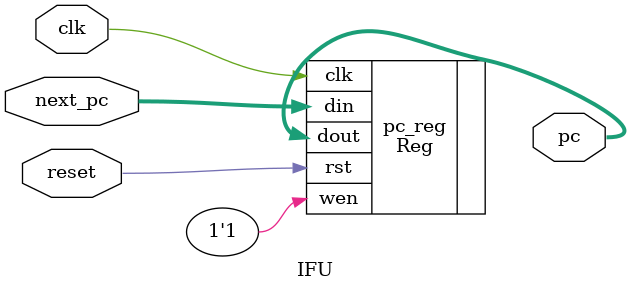
<source format=v>
module IFU(
    input clk,
    input reset,
    input [31:0] next_pc,  // 来自跳转或当前PC加一的值
    output reg [31:0] pc
    //output [31:0] inst  通过c++ top->inst = pmem_read(top->pc)实现
);


Reg #(32, {1'b1,{31{1'b0}}}) pc_reg(   //更新pc
	.clk(clk),
	.rst(reset),
	.din(next_pc),
	.dout(pc),
	.wen(1'b1)
);

endmodule

</source>
